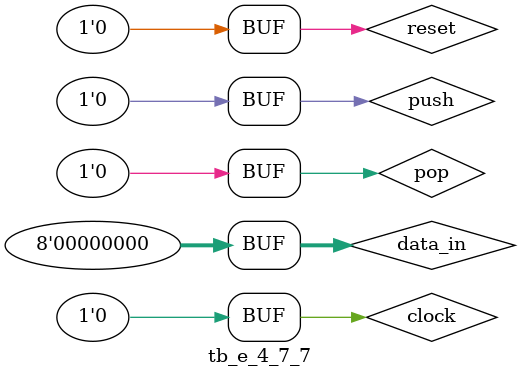
<source format=v>
`timescale 1ns / 1ps


module tb_e_4_7_7;

// Inputs
reg [7:0] data_in;
reg clock;
reg reset;
reg push;
reg pop;

// Outputs
wire [7:0] data_out;

// Instantiate the Unit Under Test (UUT)
e_4_7_7 uut (
.data_out(data_out), 
.data_in(data_in), 
.clock(clock), 
.reset(reset), 
.push(push), 
.pop(pop)
);

initial begin
// Initialize Inputs
data_in = 0;
clock = 0;
reset = 0;
push = 0;
pop = 0;

// Wait 100 ns for global reset to finish
#100;

// Add stimulus here

end

endmodule


</source>
